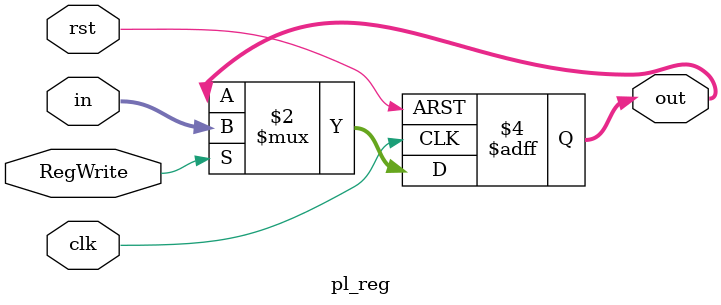
<source format=v>
module pl_reg #(parameter WIDTH = 32)(
    input clk, rst, 
    input [WIDTH-1:0] in,
    input RegWrite,
    output reg [WIDTH-1:0] out
    );
    
    always@(posedge clk, posedge rst)
      begin
          if(rst)
              out <= 0;
          else if(RegWrite)
              out <= in;
      end
    
endmodule

</source>
